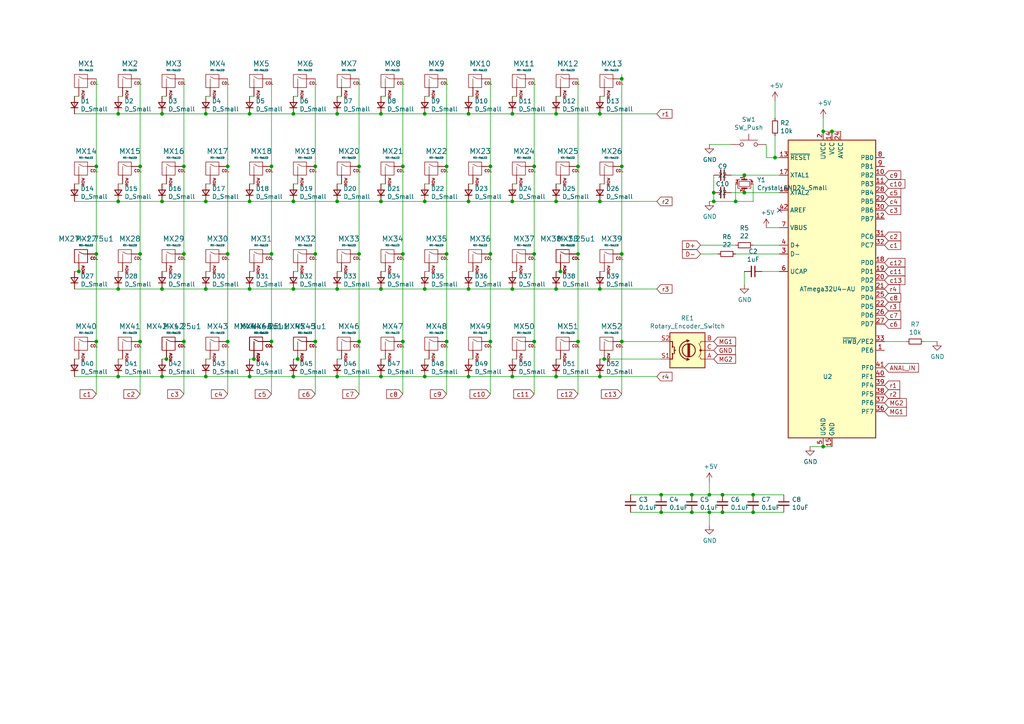
<source format=kicad_sch>
(kicad_sch (version 20211123) (generator eeschema)
  (paper "A4")
  (junction (at 406.4 8.89))
  (junction (at 215.9 50.8))
  (junction (at 59.69 58.42))
  (junction (at 191.77 143.51))
  (junction (at 78.74 48.26))
  (junction (at 123.19 58.42))
  (junction (at 116.84 73.66))
  (junction (at 72.39 109.22))
  (junction (at 161.29 58.42))
  (junction (at 104.14 99.06))
  (junction (at 78.74 73.66))
  (junction (at 135.89 33.02))
  (junction (at 135.89 58.42))
  (junction (at 213.36 58.42))
  (junction (at 46.99 83.82))
  (junction (at 27.94 73.66))
  (junction (at 48.26 104.14))
  (junction (at 173.99 109.22))
  (junction (at 175.26 104.14))
  (junction (at 72.39 33.02))
  (junction (at 180.34 73.66))
  (junction (at 129.54 48.26))
  (junction (at 34.29 83.82))
  (junction (at 142.24 48.26))
  (junction (at 224.79 45.72))
  (junction (at 40.64 73.66))
  (junction (at 191.77 148.59))
  (junction (at 205.74 148.59))
  (junction (at 148.59 33.02))
  (junction (at 59.69 83.82))
  (junction (at 218.44 143.51))
  (junction (at 328.93 55.88))
  (junction (at 97.79 33.02))
  (junction (at 123.19 33.02))
  (junction (at 135.89 109.22))
  (junction (at 123.19 83.82))
  (junction (at 215.9 55.88))
  (junction (at 129.54 73.66))
  (junction (at 173.99 58.42))
  (junction (at 59.69 109.22))
  (junction (at 180.34 99.06))
  (junction (at 401.32 55.88))
  (junction (at 148.59 58.42))
  (junction (at 238.76 129.54))
  (junction (at 401.32 13.97))
  (junction (at 148.59 83.82))
  (junction (at 85.09 83.82))
  (junction (at 154.94 99.06))
  (junction (at 161.29 109.22))
  (junction (at 86.36 104.14))
  (junction (at 116.84 99.06))
  (junction (at 110.49 33.02))
  (junction (at 72.39 58.42))
  (junction (at 205.74 143.51))
  (junction (at 209.55 143.51))
  (junction (at 110.49 83.82))
  (junction (at 66.04 73.66))
  (junction (at 207.01 55.88))
  (junction (at 59.69 33.02))
  (junction (at 173.99 83.82))
  (junction (at 167.64 73.66))
  (junction (at 116.84 48.26))
  (junction (at 104.14 73.66))
  (junction (at 34.29 109.22))
  (junction (at 53.34 48.26))
  (junction (at 238.76 38.1))
  (junction (at 85.09 109.22))
  (junction (at 129.54 99.06))
  (junction (at 91.44 99.06))
  (junction (at 180.34 48.26))
  (junction (at 66.04 48.26))
  (junction (at 73.66 104.14))
  (junction (at 148.59 109.22))
  (junction (at 40.64 48.26))
  (junction (at 241.3 38.1))
  (junction (at 110.49 58.42))
  (junction (at 207.01 58.42))
  (junction (at 85.09 33.02))
  (junction (at 406.4 50.8))
  (junction (at 40.64 99.06))
  (junction (at 97.79 109.22))
  (junction (at 135.89 83.82))
  (junction (at 46.99 33.02))
  (junction (at 97.79 83.82))
  (junction (at 97.79 58.42))
  (junction (at 167.64 99.06))
  (junction (at 104.14 48.26))
  (junction (at 78.74 99.06))
  (junction (at 91.44 73.66))
  (junction (at 200.66 148.59))
  (junction (at 154.94 48.26))
  (junction (at 161.29 83.82))
  (junction (at 22.86 78.74))
  (junction (at 200.66 143.51))
  (junction (at 27.94 99.06))
  (junction (at 161.29 33.02))
  (junction (at 173.99 33.02))
  (junction (at 154.94 73.66))
  (junction (at 85.09 58.42))
  (junction (at 123.19 109.22))
  (junction (at 34.29 58.42))
  (junction (at 180.34 22.86))
  (junction (at 209.55 148.59))
  (junction (at 321.31 55.88))
  (junction (at 53.34 73.66))
  (junction (at 142.24 73.66))
  (junction (at 91.44 48.26))
  (junction (at 162.56 78.74))
  (junction (at 34.29 33.02))
  (junction (at 66.04 99.06))
  (junction (at 27.94 48.26))
  (junction (at 46.99 58.42))
  (junction (at 142.24 99.06))
  (junction (at 46.99 109.22))
  (junction (at 218.44 148.59))
  (junction (at 167.64 48.26))
  (junction (at 53.34 99.06))
  (junction (at 72.39 83.82))
  (junction (at 332.74 15.24))
  (junction (at 110.49 109.22))
  (no_connect (at 326.39 45.72))
  (no_connect (at 226.06 60.96))
  (no_connect (at 316.23 86.36))
  (no_connect (at 326.39 43.18))
  (no_connect (at 316.23 93.98))
  (no_connect (at 316.23 91.44))
  (no_connect (at 316.23 88.9))
  (wire (pts (xy 367.03 27.94) (xy 326.39 27.94)))
  (wire (pts (xy 180.34 99.06) (xy 180.34 114.3)))
  (wire (pts (xy 46.99 53.34) (xy 48.26 53.34)))
  (wire (pts (xy 40.64 73.66) (xy 40.64 99.06)))
  (wire (pts (xy 85.09 33.02) (xy 97.79 33.02)))
  (wire (pts (xy 161.29 104.14) (xy 162.56 104.14)))
  (wire (pts (xy 218.44 53.34) (xy 218.44 58.42)))
  (wire (pts (xy 135.89 53.34) (xy 137.16 53.34)))
  (wire (pts (xy 267.97 99.06) (xy 271.78 99.06)))
  (wire (pts (xy 148.59 83.82) (xy 161.29 83.82)))
  (wire (pts (xy 173.99 33.02) (xy 190.5 33.02)))
  (wire (pts (xy 347.98 15.24) (xy 341.63 15.24)))
  (wire (pts (xy 401.32 13.97) (xy 408.94 13.97)))
  (wire (pts (xy 372.11 13.97) (xy 372.11 33.02)))
  (wire (pts (xy 66.04 73.66) (xy 66.04 99.06)))
  (wire (pts (xy 326.39 35.56) (xy 372.11 35.56)))
  (wire (pts (xy 66.04 99.06) (xy 66.04 114.3)))
  (wire (pts (xy 212.09 55.88) (xy 215.9 55.88)))
  (wire (pts (xy 129.54 73.66) (xy 129.54 99.06)))
  (wire (pts (xy 110.49 78.74) (xy 111.76 78.74)))
  (wire (pts (xy 91.44 22.86) (xy 91.44 48.26)))
  (wire (pts (xy 40.64 48.26) (xy 40.64 73.66)))
  (wire (pts (xy 123.19 83.82) (xy 135.89 83.82)))
  (wire (pts (xy 322.58 55.88) (xy 321.31 55.88)))
  (wire (pts (xy 328.93 55.88) (xy 332.74 55.88)))
  (wire (pts (xy 173.99 83.82) (xy 190.5 83.82)))
  (wire (pts (xy 110.49 27.94) (xy 111.76 27.94)))
  (wire (pts (xy 148.59 27.94) (xy 149.86 27.94)))
  (wire (pts (xy 34.29 78.74) (xy 35.56 78.74)))
  (wire (pts (xy 123.19 104.14) (xy 124.46 104.14)))
  (wire (pts (xy 213.36 53.34) (xy 213.36 58.42)))
  (wire (pts (xy 72.39 78.74) (xy 73.66 78.74)))
  (wire (pts (xy 110.49 83.82) (xy 123.19 83.82)))
  (wire (pts (xy 104.14 73.66) (xy 104.14 99.06)))
  (wire (pts (xy 21.59 78.74) (xy 22.86 78.74)))
  (wire (pts (xy 173.99 78.74) (xy 175.26 78.74)))
  (wire (pts (xy 226.06 66.04) (xy 222.25 66.04)))
  (wire (pts (xy 104.14 48.26) (xy 104.14 73.66)))
  (wire (pts (xy 256.54 99.06) (xy 262.89 99.06)))
  (wire (pts (xy 97.79 27.94) (xy 99.06 27.94)))
  (wire (pts (xy 154.94 73.66) (xy 154.94 99.06)))
  (wire (pts (xy 238.76 34.29) (xy 238.76 38.1)))
  (wire (pts (xy 212.09 50.8) (xy 215.9 50.8)))
  (wire (pts (xy 161.29 109.22) (xy 173.99 109.22)))
  (wire (pts (xy 91.44 73.66) (xy 91.44 99.06)))
  (wire (pts (xy 207.01 50.8) (xy 207.01 55.88)))
  (wire (pts (xy 59.69 78.74) (xy 60.96 78.74)))
  (wire (pts (xy 46.99 58.42) (xy 59.69 58.42)))
  (wire (pts (xy 85.09 78.74) (xy 86.36 78.74)))
  (wire (pts (xy 59.69 109.22) (xy 72.39 109.22)))
  (wire (pts (xy 21.59 53.34) (xy 22.86 53.34)))
  (wire (pts (xy 72.39 104.14) (xy 73.66 104.14)))
  (wire (pts (xy 341.63 83.82) (xy 316.23 83.82)))
  (wire (pts (xy 191.77 148.59) (xy 200.66 148.59)))
  (wire (pts (xy 72.39 109.22) (xy 85.09 109.22)))
  (wire (pts (xy 91.44 48.26) (xy 91.44 73.66)))
  (wire (pts (xy 167.64 73.66) (xy 167.64 99.06)))
  (wire (pts (xy 59.69 58.42) (xy 72.39 58.42)))
  (wire (pts (xy 104.14 99.06) (xy 104.14 114.3)))
  (wire (pts (xy 135.89 78.74) (xy 137.16 78.74)))
  (wire (pts (xy 46.99 104.14) (xy 48.26 104.14)))
  (wire (pts (xy 72.39 58.42) (xy 85.09 58.42)))
  (wire (pts (xy 66.04 48.26) (xy 66.04 73.66)))
  (wire (pts (xy 326.39 15.24) (xy 332.74 15.24)))
  (wire (pts (xy 142.24 73.66) (xy 142.24 99.06)))
  (wire (pts (xy 142.24 99.06) (xy 142.24 114.3)))
  (wire (pts (xy 205.74 143.51) (xy 205.74 139.7)))
  (wire (pts (xy 21.59 58.42) (xy 34.29 58.42)))
  (wire (pts (xy 27.94 73.66) (xy 27.94 99.06)))
  (wire (pts (xy 167.64 48.26) (xy 167.64 73.66)))
  (wire (pts (xy 21.59 33.02) (xy 34.29 33.02)))
  (wire (pts (xy 161.29 58.42) (xy 173.99 58.42)))
  (wire (pts (xy 401.32 19.05) (xy 401.32 13.97)))
  (wire (pts (xy 336.55 15.24) (xy 332.74 15.24)))
  (wire (pts (xy 21.59 109.22) (xy 34.29 109.22)))
  (wire (pts (xy 21.59 104.14) (xy 22.86 104.14)))
  (wire (pts (xy 416.56 31.75) (xy 419.1 31.75)))
  (wire (pts (xy 191.77 99.06) (xy 180.34 99.06)))
  (wire (pts (xy 327.66 55.88) (xy 328.93 55.88)))
  (wire (pts (xy 367.03 8.89) (xy 367.03 27.94)))
  (wire (pts (xy 135.89 33.02) (xy 148.59 33.02)))
  (wire (pts (xy 148.59 78.74) (xy 149.86 78.74)))
  (wire (pts (xy 110.49 58.42) (xy 123.19 58.42)))
  (wire (pts (xy 72.39 83.82) (xy 85.09 83.82)))
  (wire (pts (xy 110.49 109.22) (xy 123.19 109.22)))
  (wire (pts (xy 59.69 53.34) (xy 60.96 53.34)))
  (wire (pts (xy 91.44 99.06) (xy 91.44 114.3)))
  (wire (pts (xy 200.66 143.51) (xy 191.77 143.51)))
  (wire (pts (xy 321.31 63.5) (xy 322.58 63.5)))
  (wire (pts (xy 46.99 109.22) (xy 59.69 109.22)))
  (wire (pts (xy 212.09 41.91) (xy 205.74 41.91)))
  (wire (pts (xy 85.09 27.94) (xy 86.36 27.94)))
  (wire (pts (xy 207.01 55.88) (xy 207.01 58.42)))
  (wire (pts (xy 226.06 55.88) (xy 215.9 55.88)))
  (wire (pts (xy 72.39 33.02) (xy 85.09 33.02)))
  (wire (pts (xy 59.69 83.82) (xy 72.39 83.82)))
  (wire (pts (xy 148.59 104.14) (xy 149.86 104.14)))
  (wire (pts (xy 205.74 143.51) (xy 200.66 143.51)))
  (wire (pts (xy 207.01 58.42) (xy 213.36 58.42)))
  (wire (pts (xy 142.24 22.86) (xy 142.24 48.26)))
  (wire (pts (xy 367.03 50.8) (xy 406.4 50.8)))
  (wire (pts (xy 347.98 20.32) (xy 335.28 20.32)))
  (wire (pts (xy 21.59 83.82) (xy 34.29 83.82)))
  (wire (pts (xy 173.99 53.34) (xy 175.26 53.34)))
  (wire (pts (xy 135.89 27.94) (xy 137.16 27.94)))
  (wire (pts (xy 78.74 48.26) (xy 78.74 73.66)))
  (wire (pts (xy 34.29 109.22) (xy 46.99 109.22)))
  (wire (pts (xy 161.29 83.82) (xy 173.99 83.82)))
  (wire (pts (xy 123.19 27.94) (xy 124.46 27.94)))
  (wire (pts (xy 27.94 22.86) (xy 27.94 48.26)))
  (wire (pts (xy 182.88 148.59) (xy 191.77 148.59)))
  (wire (pts (xy 406.4 19.05) (xy 406.4 8.89)))
  (wire (pts (xy 180.34 73.66) (xy 180.34 99.06)))
  (wire (pts (xy 222.25 45.72) (xy 222.25 41.91)))
  (wire (pts (xy 243.84 38.1) (xy 241.3 38.1)))
  (wire (pts (xy 129.54 99.06) (xy 129.54 114.3)))
  (wire (pts (xy 154.94 48.26) (xy 154.94 73.66)))
  (wire (pts (xy 135.89 83.82) (xy 148.59 83.82)))
  (wire (pts (xy 97.79 83.82) (xy 110.49 83.82)))
  (wire (pts (xy 123.19 58.42) (xy 135.89 58.42)))
  (wire (pts (xy 85.09 109.22) (xy 97.79 109.22)))
  (wire (pts (xy 226.06 78.74) (xy 220.98 78.74)))
  (wire (pts (xy 85.09 83.82) (xy 97.79 83.82)))
  (wire (pts (xy 241.3 129.54) (xy 238.76 129.54)))
  (wire (pts (xy 72.39 27.94) (xy 73.66 27.94)))
  (wire (pts (xy 34.29 83.82) (xy 46.99 83.82)))
  (wire (pts (xy 227.33 143.51) (xy 218.44 143.51)))
  (wire (pts (xy 85.09 58.42) (xy 97.79 58.42)))
  (wire (pts (xy 180.34 21.59) (xy 180.34 22.86)))
  (wire (pts (xy 59.69 104.14) (xy 60.96 104.14)))
  (wire (pts (xy 97.79 33.02) (xy 110.49 33.02)))
  (wire (pts (xy 46.99 78.74) (xy 48.26 78.74)))
  (wire (pts (xy 148.59 58.42) (xy 161.29 58.42)))
  (wire (pts (xy 226.06 50.8) (xy 215.9 50.8)))
  (wire (pts (xy 367.03 30.48) (xy 367.03 50.8)))
  (wire (pts (xy 97.79 53.34) (xy 99.06 53.34)))
  (wire (pts (xy 116.84 99.06) (xy 116.84 114.3)))
  (wire (pts (xy 326.39 22.86) (xy 336.55 22.86)))
  (wire (pts (xy 238.76 129.54) (xy 234.95 129.54)))
  (wire (pts (xy 321.31 55.88) (xy 318.77 55.88)))
  (wire (pts (xy 110.49 104.14) (xy 111.76 104.14)))
  (wire (pts (xy 218.44 143.51) (xy 209.55 143.51)))
  (wire (pts (xy 391.16 31.75) (xy 389.89 31.75)))
  (wire (pts (xy 53.34 99.06) (xy 53.34 114.3)))
  (wire (pts (xy 330.2 20.32) (xy 326.39 20.32)))
  (wire (pts (xy 129.54 22.86) (xy 129.54 48.26)))
  (wire (pts (xy 226.06 73.66) (xy 213.36 73.66)))
  (wire (pts (xy 167.64 99.06) (xy 167.64 114.3)))
  (wire (pts (xy 27.94 99.06) (xy 27.94 114.3)))
  (wire (pts (xy 224.79 29.21) (xy 224.79 34.29)))
  (wire (pts (xy 66.04 22.86) (xy 66.04 48.26)))
  (wire (pts (xy 135.89 104.14) (xy 137.16 104.14)))
  (wire (pts (xy 129.54 48.26) (xy 129.54 73.66)))
  (wire (pts (xy 78.74 22.86) (xy 78.74 48.26)))
  (wire (pts (xy 218.44 71.12) (xy 226.06 71.12)))
  (wire (pts (xy 97.79 109.22) (xy 110.49 109.22)))
  (wire (pts (xy 213.36 71.12) (xy 203.2 71.12)))
  (wire (pts (xy 154.94 99.06) (xy 154.94 114.3)))
  (wire (pts (xy 148.59 33.02) (xy 161.29 33.02)))
  (wire (pts (xy 53.34 22.86) (xy 53.34 48.26)))
  (wire (pts (xy 406.4 44.45) (xy 406.4 50.8)))
  (wire (pts (xy 406.4 8.89) (xy 367.03 8.89)))
  (wire (pts (xy 341.63 22.86) (xy 342.9 22.86)))
  (wire (pts (xy 34.29 33.02) (xy 46.99 33.02)))
  (wire (pts (xy 205.74 152.4) (xy 205.74 148.59)))
  (wire (pts (xy 215.9 78.74) (xy 215.9 82.55)))
  (wire (pts (xy 85.09 104.14) (xy 86.36 104.14)))
  (wire (pts (xy 372.11 35.56) (xy 372.11 55.88)))
  (wire (pts (xy 123.19 33.02) (xy 135.89 33.02)))
  (wire (pts (xy 110.49 53.34) (xy 111.76 53.34)))
  (wire (pts (xy 205.74 148.59) (xy 209.55 148.59)))
  (wire (pts (xy 123.19 53.34) (xy 124.46 53.34)))
  (wire (pts (xy 154.94 22.86) (xy 154.94 48.26)))
  (wire (pts (xy 209.55 148.59) (xy 218.44 148.59)))
  (wire (pts (xy 40.64 22.86) (xy 40.64 48.26)))
  (wire (pts (xy 161.29 53.34) (xy 162.56 53.34)))
  (wire (pts (xy 213.36 58.42) (xy 218.44 58.42)))
  (wire (pts (xy 406.4 8.89) (xy 408.94 8.89)))
  (wire (pts (xy 34.29 53.34) (xy 35.56 53.34)))
  (wire (pts (xy 173.99 104.14) (xy 175.26 104.14)))
  (wire (pts (xy 191.77 143.51) (xy 182.88 143.51)))
  (wire (pts (xy 167.64 22.86) (xy 167.64 48.26)))
  (wire (pts (xy 328.93 63.5) (xy 328.93 55.88)))
  (wire (pts (xy 142.24 48.26) (xy 142.24 73.66)))
  (wire (pts (xy 85.09 53.34) (xy 86.36 53.34)))
  (wire (pts (xy 110.49 33.02) (xy 123.19 33.02)))
  (wire (pts (xy 97.79 58.42) (xy 110.49 58.42)))
  (wire (pts (xy 200.66 148.59) (xy 205.74 148.59)))
  (wire (pts (xy 27.94 48.26) (xy 27.94 73.66)))
  (wire (pts (xy 218.44 148.59) (xy 227.33 148.59)))
  (wire (pts (xy 161.29 78.74) (xy 162.56 78.74)))
  (wire (pts (xy 104.14 22.86) (xy 104.14 48.26)))
  (wire (pts (xy 148.59 53.34) (xy 149.86 53.34)))
  (wire (pts (xy 34.29 58.42) (xy 46.99 58.42)))
  (wire (pts (xy 40.64 99.06) (xy 40.64 114.3)))
  (wire (pts (xy 372.11 33.02) (xy 326.39 33.02)))
  (wire (pts (xy 148.59 109.22) (xy 161.29 109.22)))
  (wire (pts (xy 401.32 55.88) (xy 408.94 55.88)))
  (wire (pts (xy 401.32 44.45) (xy 401.32 55.88)))
  (wire (pts (xy 116.84 48.26) (xy 116.84 73.66)))
  (wire (pts (xy 97.79 104.14) (xy 99.06 104.14)))
  (wire (pts (xy 46.99 83.82) (xy 59.69 83.82)))
  (wire (pts (xy 46.99 33.02) (xy 59.69 33.02)))
  (wire (pts (xy 59.69 27.94) (xy 60.96 27.94)))
  (wire (pts (xy 321.31 55.88) (xy 321.31 63.5)))
  (wire (pts (xy 59.69 33.02) (xy 72.39 33.02)))
  (wire (pts (xy 46.99 27.94) (xy 48.26 27.94)))
  (wire (pts (xy 135.89 109.22) (xy 148.59 109.22)))
  (wire (pts (xy 72.39 53.34) (xy 73.66 53.34)))
  (wire (pts (xy 226.06 45.72) (xy 224.79 45.72)))
  (wire (pts (xy 372.11 55.88) (xy 401.32 55.88)))
  (wire (pts (xy 116.84 73.66) (xy 116.84 99.06)))
  (wire (pts (xy 116.84 22.86) (xy 116.84 48.26)))
  (wire (pts (xy 326.39 30.48) (xy 367.03 30.48)))
  (wire (pts (xy 316.23 81.28) (xy 318.77 81.28)))
  (wire (pts (xy 78.74 73.66) (xy 78.74 99.06)))
  (wire (pts (xy 224.79 45.72) (xy 222.25 45.72)))
  (wire (pts (xy 332.74 78.74) (xy 316.23 78.74)))
  (wire (pts (xy 78.74 99.06) (xy 78.74 114.3)))
  (wire (pts (xy 97.79 78.74) (xy 99.06 78.74)))
  (wire (pts (xy 53.34 73.66) (xy 53.34 99.06)))
  (wire (pts (xy 34.29 27.94) (xy 35.56 27.94)))
  (wire (pts (xy 401.32 13.97) (xy 372.11 13.97)))
  (wire (pts (xy 224.79 39.37) (xy 224.79 45.72)))
  (wire (pts (xy 173.99 109.22) (xy 190.5 109.22)))
  (wire (pts (xy 173.99 58.42) (xy 190.5 58.42)))
  (wire (pts (xy 406.4 50.8) (xy 408.94 50.8)))
  (wire (pts (xy 123.19 78.74) (xy 124.46 78.74)))
  (wire (pts (xy 209.55 143.51) (xy 205.74 143.51)))
  (wire (pts (xy 205.74 58.42) (xy 207.01 58.42)))
  (wire (pts (xy 161.29 33.02) (xy 173.99 33.02)))
  (wire (pts (xy 53.34 48.26) (xy 53.34 73.66)))
  (wire (pts (xy 173.99 27.94) (xy 175.26 27.94)))
  (wire (pts (xy 161.29 27.94) (xy 162.56 27.94)))
  (wire (pts (xy 21.59 27.94) (xy 22.86 27.94)))
  (wire (pts (xy 327.66 63.5) (xy 328.93 63.5)))
  (wire (pts (xy 241.3 38.1) (xy 238.76 38.1)))
  (wire (pts (xy 180.34 22.86) (xy 180.34 48.26)))
  (wire (pts (xy 34.29 104.14) (xy 35.56 104.14)))
  (wire (pts (xy 180.34 48.26) (xy 180.34 73.66)))
  (wire (pts (xy 135.89 58.42) (xy 148.59 58.42)))
  (wire (pts (xy 191.77 104.14) (xy 175.26 104.14)))
  (wire (pts (xy 123.19 109.22) (xy 135.89 109.22)))
  (wire (pts (xy 208.28 73.66) (xy 203.2 73.66)))
  (global_label "MG2" (shape input) (at 256.54 116.84 0) (property "Intersheet References" "${INTERSHEET_REFS}" (effects hide)))
  (global_label "c12" (shape input) (at 256.54 76.2 0) (property "Intersheet References" "${INTERSHEET_REFS}" (effects hide)))
  (global_label "D-" (shape input) (at 408.94 8.89 0) (property "Intersheet References" "${INTERSHEET_REFS}" (effects hide)))
  (global_label "r2" (shape input) (at 256.54 114.3 0) (property "Intersheet References" "${INTERSHEET_REFS}" (effects hide)))
  (global_label "c10" (shape input) (at 256.54 53.34 0) (property "Intersheet References" "${INTERSHEET_REFS}" (effects hide)))
  (global_label "c9" (shape input) (at 256.54 50.8 0) (property "Intersheet References" "${INTERSHEET_REFS}" (effects hide)))
  (global_label "r3" (shape input) (at 256.54 88.9 0) (property "Intersheet References" "${INTERSHEET_REFS}" (effects hide)))
  (global_label "r1" (shape input) (at 190.5 33.02 0) (property "Intersheet References" "${INTERSHEET_REFS}" (effects hide)))
  (global_label "c1" (shape input) (at 27.94 114.3 180) (property "Intersheet References" "${INTERSHEET_REFS}" (effects hide)))
  (global_label "ANAL_IN" (shape input) (at 256.54 106.68 0) (property "Intersheet References" "${INTERSHEET_REFS}" (effects hide)))
  (global_label "D+" (shape input) (at 203.2 71.12 180) (property "Intersheet References" "${INTERSHEET_REFS}" (effects hide)))
  (global_label "D+" (shape input) (at 408.94 13.97 0) (property "Intersheet References" "${INTERSHEET_REFS}" (effects hide)))
  (global_label "c3" (shape input) (at 53.34 114.3 180) (property "Intersheet References" "${INTERSHEET_REFS}" (effects hide)))
  (global_label "c10" (shape input) (at 142.24 114.3 180) (property "Intersheet References" "${INTERSHEET_REFS}" (effects hide)))
  (global_label "D-" (shape input) (at 408.94 50.8 0) (property "Intersheet References" "${INTERSHEET_REFS}" (effects hide)))
  (global_label "c8" (shape input) (at 256.54 86.36 0) (property "Intersheet References" "${INTERSHEET_REFS}" (effects hide)))
  (global_label "ANAL_IN" (shape input) (at 318.77 81.28 0) (property "Intersheet References" "${INTERSHEET_REFS}" (effects hide)))
  (global_label "c5" (shape input) (at 256.54 55.88 0) (property "Intersheet References" "${INTERSHEET_REFS}" (effects hide)))
  (global_label "r3" (shape input) (at 190.5 83.82 0) (property "Intersheet References" "${INTERSHEET_REFS}" (effects hide)))
  (global_label "c3" (shape input) (at 256.54 60.96 0) (property "Intersheet References" "${INTERSHEET_REFS}" (effects hide)))
  (global_label "c4" (shape input) (at 66.04 114.3 180) (property "Intersheet References" "${INTERSHEET_REFS}" (effects hide)))
  (global_label "MG2" (shape input) (at 207.01 104.14 0) (property "Intersheet References" "${INTERSHEET_REFS}" (effects hide)))
  (global_label "c5" (shape input) (at 78.74 114.3 180) (property "Intersheet References" "${INTERSHEET_REFS}" (effects hide)))
  (global_label "r2" (shape input) (at 190.5 58.42 0) (property "Intersheet References" "${INTERSHEET_REFS}" (effects hide)))
  (global_label "D-" (shape input) (at 203.2 73.66 180) (property "Intersheet References" "${INTERSHEET_REFS}" (effects hide)))
  (global_label "r4" (shape input) (at 256.54 83.82 0) (property "Intersheet References" "${INTERSHEET_REFS}" (effects hide)))
  (global_label "MG1" (shape input) (at 207.01 99.06 0) (property "Intersheet References" "${INTERSHEET_REFS}" (effects hide)))
  (global_label "c2" (shape input) (at 40.64 114.3 180) (property "Intersheet References" "${INTERSHEET_REFS}" (effects hide)))
  (global_label "c6" (shape input) (at 91.44 114.3 180) (property "Intersheet References" "${INTERSHEET_REFS}" (effects hide)))
  (global_label "c1" (shape input) (at 256.54 71.12 0) (property "Intersheet References" "${INTERSHEET_REFS}" (effects hide)))
  (global_label "c12" (shape input) (at 167.64 114.3 180) (property "Intersheet References" "${INTERSHEET_REFS}" (effects hide)))
  (global_label "c6" (shape input) (at 256.54 93.98 0) (property "Intersheet References" "${INTERSHEET_REFS}" (effects hide)))
  (global_label "c4" (shape input) (at 256.54 58.42 0) (property "Intersheet References" "${INTERSHEET_REFS}" (effects hide)))
  (global_label "r4" (shape input) (at 190.5 109.22 0) (property "Intersheet References" "${INTERSHEET_REFS}" (effects hide)))
  (global_label "GND" (shape input) (at 207.01 101.6 0) (property "Intersheet References" "${INTERSHEET_REFS}" (effects hide)))
  (global_label "c13" (shape input) (at 256.54 81.28 0) (property "Intersheet References" "${INTERSHEET_REFS}" (effects hide)))
  (global_label "MG1" (shape input) (at 256.54 119.38 0) (property "Intersheet References" "${INTERSHEET_REFS}" (effects hide)))
  (global_label "c8" (shape input) (at 116.84 114.3 180) (property "Intersheet References" "${INTERSHEET_REFS}" (effects hide)))
  (global_label "c2" (shape input) (at 256.54 68.58 0) (property "Intersheet References" "${INTERSHEET_REFS}" (effects hide)))
  (global_label "c9" (shape input) (at 129.54 114.3 180) (property "Intersheet References" "${INTERSHEET_REFS}" (effects hide)))
  (global_label "c7" (shape input) (at 104.14 114.3 180) (property "Intersheet References" "${INTERSHEET_REFS}" (effects hide)))
  (global_label "c11" (shape input) (at 256.54 78.74 0) (property "Intersheet References" "${INTERSHEET_REFS}" (effects hide)))
  (global_label "D+" (shape input) (at 408.94 55.88 0) (property "Intersheet References" "${INTERSHEET_REFS}" (effects hide)))
  (global_label "c11" (shape input) (at 154.94 114.3 180) (property "Intersheet References" "${INTERSHEET_REFS}" (effects hide)))
  (global_label "c7" (shape input) (at 256.54 91.44 0) (property "Intersheet References" "${INTERSHEET_REFS}" (effects hide)))
  (global_label "r1" (shape input) (at 256.54 111.76 0) (property "Intersheet References" "${INTERSHEET_REFS}" (effects hide)))
  (global_label "c13" (shape input) (at 180.34 114.3 180) (property "Intersheet References" "${INTERSHEET_REFS}" (effects hide)))
  (symbol (lib_id "MX_Alps_Hybrid:MX-NoLED") (at 24.13 24.13 0) (unit 1)
    (property "Reference" "MX1" (at 24.9682 18.4658 0) (effects (font (size 1.524 1.524))))
    (property "Value" "MX-NoLED" (at 24.9682 20.3454 0) (effects (font (size 0.508 0.508))))
    (property "Footprint" "MX_Only:MXOnly-1U-NoLED" (effects hide))
  )
  (symbol (lib_id "Device:D_Small") (at 21.59 30.48 90) (unit 1)
    (property "Reference" "D1" (at 23.368 29.3116 90) (effects (justify right)))
    (property "Value" "D_Small" (at 23.368 31.623 90) (effects (justify right)))
    (property "Footprint" "Diode_SMD:D_SOD-123" (effects hide))
  )
  (symbol (lib_id "MX_Alps_Hybrid:MX-NoLED") (at 36.83 24.13 0) (unit 1)
    (property "Reference" "MX2" (at 37.6682 18.4658 0) (effects (font (size 1.524 1.524))))
    (property "Value" "MX-NoLED" (at 37.6682 20.3454 0) (effects (font (size 0.508 0.508))))
    (property "Footprint" "MX_Only:MXOnly-1U-NoLED" (effects hide))
  )
  (symbol (lib_id "Device:D_Small") (at 34.29 30.48 90) (unit 1)
    (property "Reference" "D2" (at 36.068 29.3116 90) (effects (justify right)))
    (property "Value" "D_Small" (at 36.068 31.623 90) (effects (justify right)))
    (property "Footprint" "Diode_SMD:D_SOD-123" (effects hide))
  )
  (symbol (lib_id "MX_Alps_Hybrid:MX-NoLED") (at 49.53 24.13 0) (unit 1)
    (property "Reference" "MX3" (at 50.3682 18.4658 0) (effects (font (size 1.524 1.524))))
    (property "Value" "MX-NoLED" (at 50.3682 20.3454 0) (effects (font (size 0.508 0.508))))
    (property "Footprint" "MX_Only:MXOnly-1U-NoLED" (effects hide))
  )
  (symbol (lib_id "Device:D_Small") (at 46.99 30.48 90) (unit 1)
    (property "Reference" "D3" (at 48.768 29.3116 90) (effects (justify right)))
    (property "Value" "D_Small" (at 48.768 31.623 90) (effects (justify right)))
    (property "Footprint" "Diode_SMD:D_SOD-123" (effects hide))
  )
  (symbol (lib_id "MX_Alps_Hybrid:MX-NoLED") (at 62.23 24.13 0) (unit 1)
    (property "Reference" "MX4" (at 63.0682 18.4658 0) (effects (font (size 1.524 1.524))))
    (property "Value" "MX-NoLED" (at 63.0682 20.3454 0) (effects (font (size 0.508 0.508))))
    (property "Footprint" "MX_Only:MXOnly-1U-NoLED" (effects hide))
  )
  (symbol (lib_id "Device:D_Small") (at 59.69 30.48 90) (unit 1)
    (property "Reference" "D4" (at 61.468 29.3116 90) (effects (justify right)))
    (property "Value" "D_Small" (at 61.468 31.623 90) (effects (justify right)))
    (property "Footprint" "Diode_SMD:D_SOD-123" (effects hide))
  )
  (symbol (lib_id "MX_Alps_Hybrid:MX-NoLED") (at 74.93 24.13 0) (unit 1)
    (property "Reference" "MX5" (at 75.7682 18.4658 0) (effects (font (size 1.524 1.524))))
    (property "Value" "MX-NoLED" (at 75.7682 20.3454 0) (effects (font (size 0.508 0.508))))
    (property "Footprint" "MX_Only:MXOnly-1U-NoLED" (effects hide))
  )
  (symbol (lib_id "Device:D_Small") (at 72.39 30.48 90) (unit 1)
    (property "Reference" "D5" (at 74.168 29.3116 90) (effects (justify right)))
    (property "Value" "D_Small" (at 74.168 31.623 90) (effects (justify right)))
    (property "Footprint" "Diode_SMD:D_SOD-123" (effects hide))
  )
  (symbol (lib_id "MX_Alps_Hybrid:MX-NoLED") (at 87.63 24.13 0) (unit 1)
    (property "Reference" "MX6" (at 88.4682 18.4658 0) (effects (font (size 1.524 1.524))))
    (property "Value" "MX-NoLED" (at 88.4682 20.3454 0) (effects (font (size 0.508 0.508))))
    (property "Footprint" "MX_Only:MXOnly-1U-NoLED" (effects hide))
  )
  (symbol (lib_id "Device:D_Small") (at 85.09 30.48 90) (unit 1)
    (property "Reference" "D6" (at 86.868 29.3116 90) (effects (justify right)))
    (property "Value" "D_Small" (at 86.868 31.623 90) (effects (justify right)))
    (property "Footprint" "Diode_SMD:D_SOD-123" (effects hide))
  )
  (symbol (lib_id "MX_Alps_Hybrid:MX-NoLED") (at 100.33 24.13 0) (unit 1)
    (property "Reference" "MX7" (at 101.1682 18.4658 0) (effects (font (size 1.524 1.524))))
    (property "Value" "MX-NoLED" (at 101.1682 20.3454 0) (effects (font (size 0.508 0.508))))
    (property "Footprint" "MX_Only:MXOnly-1U-NoLED" (effects hide))
  )
  (symbol (lib_id "Device:D_Small") (at 97.79 30.48 90) (unit 1)
    (property "Reference" "D7" (at 99.568 29.3116 90) (effects (justify right)))
    (property "Value" "D_Small" (at 99.568 31.623 90) (effects (justify right)))
    (property "Footprint" "Diode_SMD:D_SOD-123" (effects hide))
  )
  (symbol (lib_id "MX_Alps_Hybrid:MX-NoLED") (at 113.03 24.13 0) (unit 1)
    (property "Reference" "MX8" (at 113.8682 18.4658 0) (effects (font (size 1.524 1.524))))
    (property "Value" "MX-NoLED" (at 113.8682 20.3454 0) (effects (font (size 0.508 0.508))))
    (property "Footprint" "MX_Only:MXOnly-1U-NoLED" (effects hide))
  )
  (symbol (lib_id "Device:D_Small") (at 110.49 30.48 90) (unit 1)
    (property "Reference" "D8" (at 112.268 29.3116 90) (effects (justify right)))
    (property "Value" "D_Small" (at 112.268 31.623 90) (effects (justify right)))
    (property "Footprint" "Diode_SMD:D_SOD-123" (effects hide))
  )
  (symbol (lib_id "MX_Alps_Hybrid:MX-NoLED") (at 125.73 24.13 0) (unit 1)
    (property "Reference" "MX9" (at 126.5682 18.4658 0) (effects (font (size 1.524 1.524))))
    (property "Value" "MX-NoLED" (at 126.5682 20.3454 0) (effects (font (size 0.508 0.508))))
    (property "Footprint" "MX_Only:MXOnly-1U-NoLED" (effects hide))
  )
  (symbol (lib_id "Device:D_Small") (at 123.19 30.48 90) (unit 1)
    (property "Reference" "D9" (at 124.968 29.3116 90) (effects (justify right)))
    (property "Value" "D_Small" (at 124.968 31.623 90) (effects (justify right)))
    (property "Footprint" "Diode_SMD:D_SOD-123" (effects hide))
  )
  (symbol (lib_id "MX_Alps_Hybrid:MX-NoLED") (at 138.43 24.13 0) (unit 1)
    (property "Reference" "MX10" (at 139.2682 18.4658 0) (effects (font (size 1.524 1.524))))
    (property "Value" "MX-NoLED" (at 139.2682 20.3454 0) (effects (font (size 0.508 0.508))))
    (property "Footprint" "MX_Only:MXOnly-1U-NoLED" (effects hide))
  )
  (symbol (lib_id "Device:D_Small") (at 135.89 30.48 90) (unit 1)
    (property "Reference" "D10" (at 137.668 29.3116 90) (effects (justify right)))
    (property "Value" "D_Small" (at 137.668 31.623 90) (effects (justify right)))
    (property "Footprint" "Diode_SMD:D_SOD-123" (effects hide))
  )
  (symbol (lib_id "MX_Alps_Hybrid:MX-NoLED") (at 151.13 24.13 0) (unit 1)
    (property "Reference" "MX11" (at 151.9682 18.4658 0) (effects (font (size 1.524 1.524))))
    (property "Value" "MX-NoLED" (at 151.9682 20.3454 0) (effects (font (size 0.508 0.508))))
    (property "Footprint" "MX_Only:MXOnly-1U-NoLED" (effects hide))
  )
  (symbol (lib_id "Device:D_Small") (at 148.59 30.48 90) (unit 1)
    (property "Reference" "D11" (at 150.368 29.3116 90) (effects (justify right)))
    (property "Value" "D_Small" (at 150.368 31.623 90) (effects (justify right)))
    (property "Footprint" "Diode_SMD:D_SOD-123" (effects hide))
  )
  (symbol (lib_id "MX_Alps_Hybrid:MX-NoLED") (at 163.83 24.13 0) (unit 1)
    (property "Reference" "MX12" (at 164.6682 18.4658 0) (effects (font (size 1.524 1.524))))
    (property "Value" "MX-NoLED" (at 164.6682 20.3454 0) (effects (font (size 0.508 0.508))))
    (property "Footprint" "MX_Only:MXOnly-1U-NoLED" (effects hide))
  )
  (symbol (lib_id "Device:D_Small") (at 161.29 30.48 90) (unit 1)
    (property "Reference" "D12" (at 163.068 29.3116 90) (effects (justify right)))
    (property "Value" "D_Small" (at 163.068 31.623 90) (effects (justify right)))
    (property "Footprint" "Diode_SMD:D_SOD-123" (effects hide))
  )
  (symbol (lib_id "MX_Alps_Hybrid:MX-NoLED") (at 176.53 24.13 0) (unit 1)
    (property "Reference" "MX13" (at 177.3682 18.4658 0) (effects (font (size 1.524 1.524))))
    (property "Value" "MX-NoLED" (at 177.3682 20.3454 0) (effects (font (size 0.508 0.508))))
    (property "Footprint" "MX_Only:MXOnly-1U-NoLED" (effects hide))
  )
  (symbol (lib_id "Device:D_Small") (at 173.99 30.48 90) (unit 1)
    (property "Reference" "D13" (at 175.768 29.3116 90) (effects (justify right)))
    (property "Value" "D_Small" (at 175.768 31.623 90) (effects (justify right)))
    (property "Footprint" "Diode_SMD:D_SOD-123" (effects hide))
  )
  (symbol (lib_id "MX_Alps_Hybrid:MX-NoLED") (at 24.13 49.53 0) (unit 1)
    (property "Reference" "MX14" (at 24.9682 43.8658 0) (effects (font (size 1.524 1.524))))
    (property "Value" "MX-NoLED" (at 24.9682 45.7454 0) (effects (font (size 0.508 0.508))))
    (property "Footprint" "MX_Only:MXOnly-1.25U-NoLED" (effects hide))
  )
  (symbol (lib_id "Device:D_Small") (at 21.59 55.88 90) (unit 1)
    (property "Reference" "D14" (at 23.368 54.7116 90) (effects (justify right)))
    (property "Value" "D_Small" (at 23.368 57.023 90) (effects (justify right)))
    (property "Footprint" "Diode_SMD:D_SOD-123" (effects hide))
  )
  (symbol (lib_id "MX_Alps_Hybrid:MX-NoLED") (at 36.83 49.53 0) (unit 1)
    (property "Reference" "MX15" (at 37.6682 43.8658 0) (effects (font (size 1.524 1.524))))
    (property "Value" "MX-NoLED" (at 37.6682 45.7454 0) (effects (font (size 0.508 0.508))))
    (property "Footprint" "MX_Only:MXOnly-1U-NoLED" (effects hide))
  )
  (symbol (lib_id "Device:D_Small") (at 34.29 55.88 90) (unit 1)
    (property "Reference" "D15" (at 36.068 54.7116 90) (effects (justify right)))
    (property "Value" "D_Small" (at 36.068 57.023 90) (effects (justify right)))
    (property "Footprint" "Diode_SMD:D_SOD-123" (effects hide))
  )
  (symbol (lib_id "MX_Alps_Hybrid:MX-NoLED") (at 49.53 49.53 0) (unit 1)
    (property "Reference" "MX16" (at 50.3682 43.8658 0) (effects (font (size 1.524 1.524))))
    (property "Value" "MX-NoLED" (at 50.3682 45.7454 0) (effects (font (size 0.508 0.508))))
    (property "Footprint" "MX_Only:MXOnly-1U-NoLED" (effects hide))
  )
  (symbol (lib_id "Device:D_Small") (at 46.99 55.88 90) (unit 1)
    (property "Reference" "D16" (at 48.768 54.7116 90) (effects (justify right)))
    (property "Value" "D_Small" (at 48.768 57.023 90) (effects (justify right)))
    (property "Footprint" "Diode_SMD:D_SOD-123" (effects hide))
  )
  (symbol (lib_id "MX_Alps_Hybrid:MX-NoLED") (at 62.23 49.53 0) (unit 1)
    (property "Reference" "MX17" (at 63.0682 43.8658 0) (effects (font (size 1.524 1.524))))
    (property "Value" "MX-NoLED" (at 63.0682 45.7454 0) (effects (font (size 0.508 0.508))))
    (property "Footprint" "MX_Only:MXOnly-1U-NoLED" (effects hide))
  )
  (symbol (lib_id "Device:D_Small") (at 59.69 55.88 90) (unit 1)
    (property "Reference" "D17" (at 61.468 54.7116 90) (effects (justify right)))
    (property "Value" "D_Small" (at 61.468 57.023 90) (effects (justify right)))
    (property "Footprint" "Diode_SMD:D_SOD-123" (effects hide))
  )
  (symbol (lib_id "MX_Alps_Hybrid:MX-NoLED") (at 74.93 49.53 0) (unit 1)
    (property "Reference" "MX18" (at 75.7682 43.8658 0) (effects (font (size 1.524 1.524))))
    (property "Value" "MX-NoLED" (at 75.7682 45.7454 0) (effects (font (size 0.508 0.508))))
    (property "Footprint" "MX_Only:MXOnly-1U-NoLED" (effects hide))
  )
  (symbol (lib_id "Device:D_Small") (at 72.39 55.88 90) (unit 1)
    (property "Reference" "D18" (at 74.168 54.7116 90) (effects (justify right)))
    (property "Value" "D_Small" (at 74.168 57.023 90) (effects (justify right)))
    (property "Footprint" "Diode_SMD:D_SOD-123" (effects hide))
  )
  (symbol (lib_id "MX_Alps_Hybrid:MX-NoLED") (at 87.63 49.53 0) (unit 1)
    (property "Reference" "MX19" (at 88.4682 43.8658 0) (effects (font (size 1.524 1.524))))
    (property "Value" "MX-NoLED" (at 88.4682 45.7454 0) (effects (font (size 0.508 0.508))))
    (property "Footprint" "MX_Only:MXOnly-1U-NoLED" (effects hide))
  )
  (symbol (lib_id "Device:D_Small") (at 85.09 55.88 90) (unit 1)
    (property "Reference" "D19" (at 86.868 54.7116 90) (effects (justify right)))
    (property "Value" "D_Small" (at 86.868 57.023 90) (effects (justify right)))
    (property "Footprint" "Diode_SMD:D_SOD-123" (effects hide))
  )
  (symbol (lib_id "MX_Alps_Hybrid:MX-NoLED") (at 100.33 49.53 0) (unit 1)
    (property "Reference" "MX20" (at 101.1682 43.8658 0) (effects (font (size 1.524 1.524))))
    (property "Value" "MX-NoLED" (at 101.1682 45.7454 0) (effects (font (size 0.508 0.508))))
    (property "Footprint" "MX_Only:MXOnly-1U-NoLED" (effects hide))
  )
  (symbol (lib_id "Device:D_Small") (at 97.79 55.88 90) (unit 1)
    (property "Reference" "D20" (at 99.568 54.7116 90) (effects (justify right)))
    (property "Value" "D_Small" (at 99.568 57.023 90) (effects (justify right)))
    (property "Footprint" "Diode_SMD:D_SOD-123" (effects hide))
  )
  (symbol (lib_id "MX_Alps_Hybrid:MX-NoLED") (at 113.03 49.53 0) (unit 1)
    (property "Reference" "MX21" (at 113.8682 43.8658 0) (effects (font (size 1.524 1.524))))
    (property "Value" "MX-NoLED" (at 113.8682 45.7454 0) (effects (font (size 0.508 0.508))))
    (property "Footprint" "MX_Only:MXOnly-1U-NoLED" (effects hide))
  )
  (symbol (lib_id "Device:D_Small") (at 110.49 55.88 90) (unit 1)
    (property "Reference" "D21" (at 112.268 54.7116 90) (effects (justify right)))
    (property "Value" "D_Small" (at 112.268 57.023 90) (effects (justify right)))
    (property "Footprint" "Diode_SMD:D_SOD-123" (effects hide))
  )
  (symbol (lib_id "MX_Alps_Hybrid:MX-NoLED") (at 125.73 49.53 0) (unit 1)
    (property "Reference" "MX22" (at 126.5682 43.8658 0) (effects (font (size 1.524 1.524))))
    (property "Value" "MX-NoLED" (at 126.5682 45.7454 0) (effects (font (size 0.508 0.508))))
    (property "Footprint" "MX_Only:MXOnly-1U-NoLED" (effects hide))
  )
  (symbol (lib_id "Device:D_Small") (at 123.19 55.88 90) (unit 1)
    (property "Reference" "D22" (at 124.968 54.7116 90) (effects (justify right)))
    (property "Value" "D_Small" (at 124.968 57.023 90) (effects (justify right)))
    (property "Footprint" "Diode_SMD:D_SOD-123" (effects hide))
  )
  (symbol (lib_id "MX_Alps_Hybrid:MX-NoLED") (at 138.43 49.53 0) (unit 1)
    (property "Reference" "MX23" (at 139.2682 43.8658 0) (effects (font (size 1.524 1.524))))
    (property "Value" "MX-NoLED" (at 139.2682 45.7454 0) (effects (font (size 0.508 0.508))))
    (property "Footprint" "MX_Only:MXOnly-1U-NoLED" (effects hide))
  )
  (symbol (lib_id "Device:D_Small") (at 135.89 55.88 90) (unit 1)
    (property "Reference" "D23" (at 137.668 54.7116 90) (effects (justify right)))
    (property "Value" "D_Small" (at 137.668 57.023 90) (effects (justify right)))
    (property "Footprint" "Diode_SMD:D_SOD-123" (effects hide))
  )
  (symbol (lib_id "MX_Alps_Hybrid:MX-NoLED") (at 151.13 49.53 0) (unit 1)
    (property "Reference" "MX24" (at 151.9682 43.8658 0) (effects (font (size 1.524 1.524))))
    (property "Value" "MX-NoLED" (at 151.9682 45.7454 0) (effects (font (size 0.508 0.508))))
    (property "Footprint" "MX_Only:MXOnly-1U-NoLED" (effects hide))
  )
  (symbol (lib_id "Device:D_Small") (at 148.59 55.88 90) (unit 1)
    (property "Reference" "D24" (at 150.368 54.7116 90) (effects (justify right)))
    (property "Value" "D_Small" (at 150.368 57.023 90) (effects (justify right)))
    (property "Footprint" "Diode_SMD:D_SOD-123" (effects hide))
  )
  (symbol (lib_id "MX_Alps_Hybrid:MX-NoLED") (at 163.83 49.53 0) (unit 1)
    (property "Reference" "MX25" (at 164.6682 43.8658 0) (effects (font (size 1.524 1.524))))
    (property "Value" "MX-NoLED" (at 164.6682 45.7454 0) (effects (font (size 0.508 0.508))))
    (property "Footprint" "MX_Only:MXOnly-1U-NoLED" (effects hide))
  )
  (symbol (lib_id "Device:D_Small") (at 161.29 55.88 90) (unit 1)
    (property "Reference" "D25" (at 163.068 54.7116 90) (effects (justify right)))
    (property "Value" "D_Small" (at 163.068 57.023 90) (effects (justify right)))
    (property "Footprint" "Diode_SMD:D_SOD-123" (effects hide))
  )
  (symbol (lib_id "MX_Alps_Hybrid:MX-NoLED") (at 176.53 49.53 0) (unit 1)
    (property "Reference" "MX26" (at 177.3682 43.8658 0) (effects (font (size 1.524 1.524))))
    (property "Value" "MX-NoLED" (at 177.3682 45.7454 0) (effects (font (size 0.508 0.508))))
    (property "Footprint" "MX_Only:MXOnly-1.75U-NoLED" (effects hide))
  )
  (symbol (lib_id "Device:D_Small") (at 173.99 55.88 90) (unit 1)
    (property "Reference" "D26" (at 175.768 54.7116 90) (effects (justify right)))
    (property "Value" "D_Small" (at 175.768 57.023 90) (effects (justify right)))
    (property "Footprint" "Diode_SMD:D_SOD-123" (effects hide))
  )
  (symbol (lib_id "MX_Alps_Hybrid:MX-NoLED") (at 24.13 74.93 0) (unit 1)
    (property "Reference" "MX27" (at 24.9682 69.2658 0) (effects (font (size 1.524 1.524))))
    (property "Value" "MX-NoLED" (at 24.9682 71.1454 0) (effects (font (size 0.508 0.508))))
    (property "Footprint" "MX_Only:MXOnly-1.5U-NoLED" (effects hide))
  )
  (symbol (lib_id "Device:D_Small") (at 21.59 81.28 90) (unit 1)
    (property "Reference" "D27" (at 23.368 80.1116 90) (effects (justify right)))
    (property "Value" "D_Small" (at 23.368 82.423 90) (effects (justify right)))
    (property "Footprint" "Diode_SMD:D_SOD-123" (effects hide))
  )
  (symbol (lib_id "MX_Alps_Hybrid:MX-NoLED") (at 36.83 74.93 0) (unit 1)
    (property "Reference" "MX28" (at 37.6682 69.2658 0) (effects (font (size 1.524 1.524))))
    (property "Value" "MX-NoLED" (at 37.6682 71.1454 0) (effects (font (size 0.508 0.508))))
    (property "Footprint" "MX_Only:MXOnly-1U-NoLED" (effects hide))
  )
  (symbol (lib_id "Device:D_Small") (at 34.29 81.28 90) (unit 1)
    (property "Reference" "D28" (at 36.068 80.1116 90) (effects (justify right)))
    (property "Value" "D_Small" (at 36.068 82.423 90) (effects (justify right)))
    (property "Footprint" "Diode_SMD:D_SOD-123" (effects hide))
  )
  (symbol (lib_id "MX_Alps_Hybrid:MX-NoLED") (at 49.53 74.93 0) (unit 1)
    (property "Reference" "MX29" (at 50.3682 69.2658 0) (effects (font (size 1.524 1.524))))
    (property "Value" "MX-NoLED" (at 50.3682 71.1454 0) (effects (font (size 0.508 0.508))))
    (property "Footprint" "MX_Only:MXOnly-1U-NoLED" (effects hide))
  )
  (symbol (lib_id "Device:D_Small") (at 46.99 81.28 90) (unit 1)
    (property "Reference" "D29" (at 48.768 80.1116 90) (effects (justify right)))
    (property "Value" "D_Small" (at 48.768 82.423 90) (effects (justify right)))
    (property "Footprint" "Diode_SMD:D_SOD-123" (effects hide))
  )
  (symbol (lib_id "MX_Alps_Hybrid:MX-NoLED") (at 62.23 74.93 0) (unit 1)
    (property "Reference" "MX30" (at 63.0682 69.2658 0) (effects (font (size 1.524 1.524))))
    (property "Value" "MX-NoLED" (at 63.0682 71.1454 0) (effects (font (size 0.508 0.508))))
    (property "Footprint" "MX_Only:MXOnly-1U-NoLED" (effects hide))
  )
  (symbol (lib_id "Device:D_Small") (at 59.69 81.28 90) (unit 1)
    (property "Reference" "D30" (at 61.468 80.1116 90) (effects (justify right)))
    (property "Value" "D_Small" (at 61.468 82.423 90) (effects (justify right)))
    (property "Footprint" "Diode_SMD:D_SOD-123" (effects hide))
  )
  (symbol (lib_id "MX_Alps_Hybrid:MX-NoLED") (at 74.93 74.93 0) (unit 1)
    (property "Reference" "MX31" (at 75.7682 69.2658 0) (effects (font (size 1.524 1.524))))
    (property "Value" "MX-NoLED" (at 75.7682 71.1454 0) (effects (font (size 0.508 0.508))))
    (property "Footprint" "MX_Only:MXOnly-1U-NoLED" (effects hide))
  )
  (symbol (lib_id "Device:D_Small") (at 72.39 81.28 90) (unit 1)
    (property "Reference" "D31" (at 74.168 80.1116 90) (effects (justify right)))
    (property "Value" "D_Small" (at 74.168 82.423 90) (effects (justify right)))
    (property "Footprint" "Diode_SMD:D_SOD-123" (effects hide))
  )
  (symbol (lib_id "MX_Alps_Hybrid:MX-NoLED") (at 87.63 74.93 0) (unit 1)
    (property "Reference" "MX32" (at 88.4682 69.2658 0) (effects (font (size 1.524 1.524))))
    (property "Value" "MX-NoLED" (at 88.4682 71.1454 0) (effects (font (size 0.508 0.508))))
    (property "Footprint" "MX_Only:MXOnly-1U-NoLED" (effects hide))
  )
  (symbol (lib_id "Device:D_Small") (at 85.09 81.28 90) (unit 1)
    (property "Reference" "D32" (at 86.868 80.1116 90) (effects (justify right)))
    (property "Value" "D_Small" (at 86.868 82.423 90) (effects (justify right)))
    (property "Footprint" "Diode_SMD:D_SOD-123" (effects hide))
  )
  (symbol (lib_id "MX_Alps_Hybrid:MX-NoLED") (at 100.33 74.93 0) (unit 1)
    (property "Reference" "MX33" (at 101.1682 69.2658 0) (effects (font (size 1.524 1.524))))
    (property "Value" "MX-NoLED" (at 101.1682 71.1454 0) (effects (font (size 0.508 0.508))))
    (property "Footprint" "MX_Only:MXOnly-1U-NoLED" (effects hide))
  )
  (symbol (lib_id "Device:D_Small") (at 97.79 81.28 90) (unit 1)
    (property "Reference" "D33" (at 99.568 80.1116 90) (effects (justify right)))
    (property "Value" "D_Small" (at 99.568 82.423 90) (effects (justify right)))
    (property "Footprint" "Diode_SMD:D_SOD-123" (effects hide))
  )
  (symbol (lib_id "MX_Alps_Hybrid:MX-NoLED") (at 113.03 74.93 0) (unit 1)
    (property "Reference" "MX34" (at 113.8682 69.2658 0) (effects (font (size 1.524 1.524))))
    (property "Value" "MX-NoLED" (at 113.8682 71.1454 0) (effects (font (size 0.508 0.508))))
    (property "Footprint" "MX_Only:MXOnly-1U-NoLED" (effects hide))
  )
  (symbol (lib_id "Device:D_Small") (at 110.49 81.28 90) (unit 1)
    (property "Reference" "D34" (at 112.268 80.1116 90) (effects (justify right)))
    (property "Value" "D_Small" (at 112.268 82.423 90) (effects (justify right)))
    (property "Footprint" "Diode_SMD:D_SOD-123" (effects hide))
  )
  (symbol (lib_id "MX_Alps_Hybrid:MX-NoLED") (at 125.73 74.93 0) (unit 1)
    (property "Reference" "MX35" (at 126.5682 69.2658 0) (effects (font (size 1.524 1.524))))
    (property "Value" "MX-NoLED" (at 126.5682 71.1454 0) (effects (font (size 0.508 0.508))))
    (property "Footprint" "MX_Only:MXOnly-1U-NoLED" (effects hide))
  )
  (symbol (lib_id "Device:D_Small") (at 123.19 81.28 90) (unit 1)
    (property "Reference" "D35" (at 124.968 80.1116 90) (effects (justify right)))
    (property "Value" "D_Small" (at 124.968 82.423 90) (effects (justify right)))
    (property "Footprint" "Diode_SMD:D_SOD-123" (effects hide))
  )
  (symbol (lib_id "MX_Alps_Hybrid:MX-NoLED") (at 138.43 74.93 0) (unit 1)
    (property "Reference" "MX36" (at 139.2682 69.2658 0) (effects (font (size 1.524 1.524))))
    (property "Value" "MX-NoLED" (at 139.2682 71.1454 0) (effects (font (size 0.508 0.508))))
    (property "Footprint" "MX_Only:MXOnly-1U-NoLED" (effects hide))
  )
  (symbol (lib_id "Device:D_Small") (at 135.89 81.28 90) (unit 1)
    (property "Reference" "D36" (at 137.668 80.1116 90) (effects (justify right)))
    (property "Value" "D_Small" (at 137.668 82.423 90) (effects (justify right)))
    (property "Footprint" "Diode_SMD:D_SOD-123" (effects hide))
  )
  (symbol (lib_id "MX_Alps_Hybrid:MX-NoLED") (at 151.13 74.93 0) (unit 1)
    (property "Reference" "MX37" (at 151.9682 69.2658 0) (effects (font (size 1.524 1.524))))
    (property "Value" "MX-NoLED" (at 151.9682 71.1454 0) (effects (font (size 0.508 0.508))))
    (property "Footprint" "MX_Only:MXOnly-1U-NoLED" (effects hide))
  )
  (symbol (lib_id "Device:D_Small") (at 148.59 81.28 90) (unit 1)
    (property "Reference" "D37" (at 150.368 80.1116 90) (effects (justify right)))
    (property "Value" "D_Small" (at 150.368 82.423 90) (effects (justify right)))
    (property "Footprint" "Diode_SMD:D_SOD-123" (effects hide))
  )
  (symbol (lib_id "MX_Alps_Hybrid:MX-NoLED") (at 163.83 74.93 0) (unit 1)
    (property "Reference" "MX38" (at 164.6682 69.2658 0) (effects (font (size 1.524 1.524))))
    (property "Value" "MX-NoLED" (at 164.6682 71.1454 0) (effects (font (size 0.508 0.508))))
    (property "Footprint" "MX_Only:MXOnly-1.5U-NoLED" (effects hide))
  )
  (symbol (lib_id "Device:D_Small") (at 161.29 81.28 90) (unit 1)
    (property "Reference" "D38" (at 163.068 80.1116 90) (effects (justify right)))
    (property "Value" "D_Small" (at 163.068 82.423 90) (effects (justify right)))
    (property "Footprint" "Diode_SMD:D_SOD-123" (effects hide))
  )
  (symbol (lib_id "MX_Alps_Hybrid:MX-NoLED") (at 176.53 74.93 0) (unit 1)
    (property "Reference" "MX39" (at 177.3682 69.2658 0) (effects (font (size 1.524 1.524))))
    (property "Value" "MX-NoLED" (at 177.3682 71.1454 0) (effects (font (size 0.508 0.508))))
    (property "Footprint" "MX_Only:MXOnly-1U-NoLED" (effects hide))
  )
  (symbol (lib_id "Device:D_Small") (at 173.99 81.28 90) (unit 1)
    (property "Reference" "D39" (at 175.768 80.1116 90) (effects (justify right)))
    (property "Value" "D_Small" (at 175.768 82.423 90) (effects (justify right)))
    (property "Footprint" "Diode_SMD:D_SOD-123" (effects hide))
  )
  (symbol (lib_id "MX_Alps_Hybrid:MX-NoLED") (at 24.13 100.33 0) (unit 1)
    (property "Reference" "MX40" (at 24.9682 94.6658 0) (effects (font (size 1.524 1.524))))
    (property "Value" "MX-NoLED" (at 24.9682 96.5454 0) (effects (font (size 0.508 0.508))))
    (property "Footprint" "MX_Only:MXOnly-1U-NoLED" (effects hide))
  )
  (symbol (lib_id "Device:D_Small") (at 21.59 106.68 90) (unit 1)
    (property "Reference" "D40" (at 23.368 105.5116 90) (effects (justify right)))
    (property "Value" "D_Small" (at 23.368 107.823 90) (effects (justify right)))
    (property "Footprint" "Diode_SMD:D_SOD-123" (effects hide))
  )
  (symbol (lib_id "MX_Alps_Hybrid:MX-NoLED") (at 36.83 100.33 0) (unit 1)
    (property "Reference" "MX41" (at 37.6682 94.6658 0) (effects (font (size 1.524 1.524))))
    (property "Value" "MX-NoLED" (at 37.6682 96.5454 0) (effects (font (size 0.508 0.508))))
    (property "Footprint" "MX_Only:MXOnly-1U-NoLED" (effects hide))
  )
  (symbol (lib_id "Device:D_Small") (at 34.29 106.68 90) (unit 1)
    (property "Reference" "D41" (at 36.068 105.5116 90) (effects (justify right)))
    (property "Value" "D_Small" (at 36.068 107.823 90) (effects (justify right)))
    (property "Footprint" "Diode_SMD:D_SOD-123" (effects hide))
  )
  (symbol (lib_id "MX_Alps_Hybrid:MX-NoLED") (at 49.53 100.33 0) (unit 1)
    (property "Reference" "MX42" (at 50.3682 94.6658 0) (effects (font (size 1.524 1.524))))
    (property "Value" "MX-NoLED" (at 50.3682 96.5454 0) (effects (font (size 0.508 0.508))))
    (property "Footprint" "MX_Only:MXOnly-1U-NoLED" (effects hide))
  )
  (symbol (lib_id "Device:D_Small") (at 46.99 106.68 90) (unit 1)
    (property "Reference" "D42" (at 48.768 105.5116 90) (effects (justify right)))
    (property "Value" "D_Small" (at 48.768 107.823 90) (effects (justify right)))
    (property "Footprint" "Diode_SMD:D_SOD-123" (effects hide))
  )
  (symbol (lib_id "MX_Alps_Hybrid:MX-NoLED") (at 62.23 100.33 0) (unit 1)
    (property "Reference" "MX43" (at 63.0682 94.6658 0) (effects (font (size 1.524 1.524))))
    (property "Value" "MX-NoLED" (at 63.0682 96.5454 0) (effects (font (size 0.508 0.508))))
    (property "Footprint" "MX_Only:MXOnly-1U-NoLED" (effects hide))
  )
  (symbol (lib_id "Device:D_Small") (at 59.69 106.68 90) (unit 1)
    (property "Reference" "D43" (at 61.468 105.5116 90) (effects (justify right)))
    (property "Value" "D_Small" (at 61.468 107.823 90) (effects (justify right)))
    (property "Footprint" "Diode_SMD:D_SOD-123" (effects hide))
  )
  (symbol (lib_id "MX_Alps_Hybrid:MX-NoLED") (at 74.93 100.33 0) (unit 1)
    (property "Reference" "MX44" (at 75.7682 94.6658 0) (effects (font (size 1.524 1.524))))
    (property "Value" "MX-NoLED" (at 75.7682 96.5454 0) (effects (font (size 0.508 0.508))))
    (property "Footprint" "MX_Only:MXOnly-2.25U-ReversedStabilizers-NoLED" (effects hide))
  )
  (symbol (lib_id "Device:D_Small") (at 72.39 106.68 90) (unit 1)
    (property "Reference" "D44" (at 74.168 105.5116 90) (effects (justify right)))
    (property "Value" "D_Small" (at 74.168 107.823 90) (effects (justify right)))
    (property "Footprint" "Diode_SMD:D_SOD-123" (effects hide))
  )
  (symbol (lib_id "MX_Alps_Hybrid:MX-NoLED") (at 87.63 100.33 0) (unit 1)
    (property "Reference" "MX45" (at 88.4682 94.6658 0) (effects (font (size 1.524 1.524))))
    (property "Value" "MX-NoLED" (at 88.4682 96.5454 0) (effects (font (size 0.508 0.508))))
    (property "Footprint" "MX_Only:MXOnly-2U-ReversedStabilizers-NoLED" (effects hide))
  )
  (symbol (lib_id "Device:D_Small") (at 85.09 106.68 90) (unit 1)
    (property "Reference" "D45" (at 86.868 105.5116 90) (effects (justify right)))
    (property "Value" "D_Small" (at 86.868 107.823 90) (effects (justify right)))
    (property "Footprint" "Diode_SMD:D_SOD-123" (effects hide))
  )
  (symbol (lib_id "MX_Alps_Hybrid:MX-NoLED") (at 100.33 100.33 0) (unit 1)
    (property "Reference" "MX46" (at 101.1682 94.6658 0) (effects (font (size 1.524 1.524))))
    (property "Value" "MX-NoLED" (at 101.1682 96.5454 0) (effects (font (size 0.508 0.508))))
    (property "Footprint" "MX_Only:MXOnly-1U-NoLED" (effects hide))
  )
  (symbol (lib_id "Device:D_Small") (at 97.79 106.68 90) (unit 1)
    (property "Reference" "D46" (at 99.568 105.5116 90) (effects (justify right)))
    (property "Value" "D_Small" (at 99.568 107.823 90) (effects (justify right)))
    (property "Footprint" "Diode_SMD:D_SOD-123" (effects hide))
  )
  (symbol (lib_id "MX_Alps_Hybrid:MX-NoLED") (at 113.03 100.33 0) (unit 1)
    (property "Reference" "MX47" (at 113.8682 94.6658 0) (effects (font (size 1.524 1.524))))
    (property "Value" "MX-NoLED" (at 113.8682 96.5454 0) (effects (font (size 0.508 0.508))))
    (property "Footprint" "MX_Only:MXOnly-1.25U-NoLED" (effects hide))
  )
  (symbol (lib_id "Device:D_Small") (at 110.49 106.68 90) (unit 1)
    (property "Reference" "D47" (at 112.268 105.5116 90) (effects (justify right)))
    (property "Value" "D_Small" (at 112.268 107.823 90) (effects (justify right)))
    (property "Footprint" "Diode_SMD:D_SOD-123" (effects hide))
  )
  (symbol (lib_id "MX_Alps_Hybrid:MX-NoLED") (at 125.73 100.33 0) (unit 1)
    (property "Reference" "MX48" (at 126.5682 94.6658 0) (effects (font (size 1.524 1.524))))
    (property "Value" "MX-NoLED" (at 126.5682 96.5454 0) (effects (font (size 0.508 0.508))))
    (property "Footprint" "MX_Only:MXOnly-1.25U-NoLED" (effects hide))
  )
  (symbol (lib_id "Device:D_Small") (at 123.19 106.68 90) (unit 1)
    (property "Reference" "D48" (at 124.968 105.5116 90) (effects (justify right)))
    (property "Value" "D_Small" (at 124.968 107.823 90) (effects (justify right)))
    (property "Footprint" "Diode_SMD:D_SOD-123" (effects hide))
  )
  (symbol (lib_id "MX_Alps_Hybrid:MX-NoLED") (at 138.43 100.33 0) (unit 1)
    (property "Reference" "MX49" (at 139.2682 94.6658 0) (effects (font (size 1.524 1.524))))
    (property "Value" "MX-NoLED" (at 139.2682 96.5454 0) (effects (font (size 0.508 0.508))))
    (property "Footprint" "MX_Only:MXOnly-1U-NoLED" (effects hide))
  )
  (symbol (lib_id "Device:D_Small") (at 135.89 106.68 90) (unit 1)
    (property "Reference" "D49" (at 137.668 105.5116 90) (effects (justify right)))
    (property "Value" "D_Small" (at 137.668 107.823 90) (effects (justify right)))
    (property "Footprint" "Diode_SMD:D_SOD-123" (effects hide))
  )
  (symbol (lib_id "MX_Alps_Hybrid:MX-NoLED") (at 151.13 100.33 0) (unit 1)
    (property "Reference" "MX50" (at 151.9682 94.6658 0) (effects (font (size 1.524 1.524))))
    (property "Value" "MX-NoLED" (at 151.9682 96.5454 0) (effects (font (size 0.508 0.508))))
    (property "Footprint" "MX_Only:MXOnly-1U-NoLED" (effects hide))
  )
  (symbol (lib_id "Device:D_Small") (at 148.59 106.68 90) (unit 1)
    (property "Reference" "D50" (at 150.368 105.5116 90) (effects (justify right)))
    (property "Value" "D_Small" (at 150.368 107.823 90) (effects (justify right)))
    (property "Footprint" "Diode_SMD:D_SOD-123" (effects hide))
  )
  (symbol (lib_id "MX_Alps_Hybrid:MX-NoLED") (at 163.83 100.33 0) (unit 1)
    (property "Reference" "MX51" (at 164.6682 94.6658 0) (effects (font (size 1.524 1.524))))
    (property "Value" "MX-NoLED" (at 164.6682 96.5454 0) (effects (font (size 0.508 0.508))))
    (property "Footprint" "MX_Only:MXOnly-1U-NoLED" (effects hide))
  )
  (symbol (lib_id "Device:D_Small") (at 161.29 106.68 90) (unit 1)
    (property "Reference" "D51" (at 163.068 105.5116 90) (effects (justify right)))
    (property "Value" "D_Small" (at 163.068 107.823 90) (effects (justify right)))
    (property "Footprint" "Diode_SMD:D_SOD-123" (effects hide))
  )
  (symbol (lib_id "MX_Alps_Hybrid:MX-NoLED") (at 176.53 100.33 0) (unit 1)
    (property "Reference" "MX52" (at 177.3682 94.6658 0) (effects (font (size 1.524 1.524))))
    (property "Value" "MX-NoLED" (at 177.3682 96.5454 0) (effects (font (size 0.508 0.508))))
    (property "Footprint" "MX_Only:MXOnly-1U-NoLED" (effects hide))
  )
  (symbol (lib_id "Device:D_Small") (at 173.99 106.68 90) (unit 1)
    (property "Reference" "D52" (at 175.768 105.5116 90) (effects (justify right)))
    (property "Value" "D_Small" (at 175.768 107.823 90) (effects (justify right)))
    (property "Footprint" "Diode_SMD:D_SOD-123" (effects hide))
  )
  (symbol (lib_id "letItSlide-rescue:Rotary_Encoder_Switch-Device") (at 199.39 101.6 180) (unit 1)
    (property "Reference" "RE1" (at 199.39 92.2782 0))
    (property "Value" "Rotary_Encoder_Switch" (at 199.39 94.5896 0))
    (property "Footprint" "Rotary_Encoder:RotaryEncoder_Alps_EC11E-Switch_Vertical_H20mm_CircularMountingHoles" (effects hide))
  )
  (symbol (lib_id "Connector:USB_C_Receptacle_USB2.0") (at 311.15 30.48 0) (unit 1)
    (property "Reference" "USB1" (at 313.8678 8.4582 0))
    (property "Value" "USB_C_Receptacle_USB2.0" (at 313.8678 10.7696 0))
    (property "Footprint" "Connector_USB:USB_C_Receptacle_HRO_TYPE-C-31-M-12" (effects hide))
    (property "Datasheet" "https://www.usb.org/sites/default/files/documents/usb_type-c.zip" (effects hide))
  )
  (symbol (lib_id "power:GND") (at 332.74 78.74 0) (unit 1)
    (property "Reference" "#PWR020" (effects hide))
    (property "Value" "GND" (at 332.867 83.1342 0))
  )
  (symbol (lib_id "power:+5V") (at 341.63 83.82 0) (unit 1)
    (property "Reference" "#PWR021" (effects hide))
    (property "Value" "+5V" (at 342.011 79.4258 0))
  )
  (symbol (lib_id "Connector:Conn_01x07_Male") (at 311.15 86.36 0) (unit 1)
    (property "Reference" "SLIDE1" (at 313.8932 74.1426 0))
    (property "Value" "Conn_01x07_Male" (at 313.8932 76.454 0))
    (property "Footprint" "Potentiometer_THT:Potentiometer_Bourns_PTA4543_Single_Slide" (effects hide))
  )
  (symbol (lib_id "Device:Crystal_GND24_Small") (at 215.9 53.34 270) (unit 1)
    (property "Reference" "Y1" (at 219.5576 52.1716 90) (effects (justify left)))
    (property "Value" "Crystal_GND24_Small" (at 219.5576 54.483 90) (effects (justify left)))
    (property "Footprint" "Crystal:Crystal_SMD_3225-4Pin_3.2x2.5mm" (effects hide))
  )
  (symbol (lib_id "Device:C_Small") (at 209.55 50.8 270) (unit 1)
    (property "Reference" "C9" (at 209.55 48.26 90))
    (property "Value" "22" (at 209.55 50.8 90))
    (property "Footprint" "Capacitor_SMD:C_0805_2012Metric" (effects hide))
  )
  (symbol (lib_id "Device:C_Small") (at 209.55 55.88 270) (unit 1)
    (property "Reference" "C10" (at 209.55 53.34 90))
    (property "Value" "22" (at 209.55 55.88 90))
    (property "Footprint" "Capacitor_SMD:C_0805_2012Metric" (effects hide))
  )
  (symbol (lib_id "power:GND") (at 311.15 53.34 0) (unit 1)
    (property "Reference" "#PWR01" (effects hide))
    (property "Value" "GND" (at 311.277 57.7342 0))
  )
  (symbol (lib_id "MX_Alps_Hybrid:MX-NoLED") (at 24.13 74.93 0) (unit 1)
    (property "Reference" "MX27-1.75u1" (at 24.9682 69.2658 0) (effects (font (size 1.524 1.524))))
    (property "Value" "MX-NoLED" (at 24.9682 71.1454 0) (effects (font (size 0.508 0.508))))
    (property "Footprint" "MX_Only:MXOnly-1.75U-NoLED" (effects hide))
  )
  (symbol (lib_id "MX_Alps_Hybrid:MX-NoLED") (at 163.83 74.93 0) (unit 1)
    (property "Reference" "MX38-1.25u1" (at 164.6682 69.2658 0) (effects (font (size 1.524 1.524))))
    (property "Value" "MX-NoLED" (at 164.6682 71.1454 0) (effects (font (size 0.508 0.508))))
    (property "Footprint" "MX_Only:MXOnly-1.25U-NoLED" (effects hide))
  )
  (symbol (lib_id "MX_Alps_Hybrid:MX-NoLED") (at 49.53 100.33 0) (unit 1)
    (property "Reference" "MX42-1.25u1" (at 50.3682 94.6658 0) (effects (font (size 1.524 1.524))))
    (property "Value" "MX-NoLED" (at 50.3682 96.5454 0) (effects (font (size 0.508 0.508))))
    (property "Footprint" "MX_Only:MXOnly-1.25U-NoLED" (effects hide))
  )
  (symbol (lib_id "MX_Alps_Hybrid:MX-NoLED") (at 87.63 100.33 0) (unit 1)
    (property "Reference" "MX45-3u1" (at 88.4682 94.6658 0) (effects (font (size 1.524 1.524))))
    (property "Value" "MX-NoLED" (at 88.4682 96.5454 0) (effects (font (size 0.508 0.508))))
    (property "Footprint" "MX_Only:MXOnly-3U-ReversedStabilizers-NoLED" (effects hide))
  )
  (symbol (lib_id "MX_Alps_Hybrid:MX-NoLED") (at 74.93 100.33 0) (unit 1)
    (property "Reference" "MX44-3u1" (at 75.7682 94.6658 0) (effects (font (size 1.524 1.524))))
    (property "Value" "MX-NoLED" (at 75.7682 96.5454 0) (effects (font (size 0.508 0.508))))
    (property "Footprint" "MX_Only:MXOnly-3U-ReversedStabilizers-NoLED" (effects hide))
  )
  (symbol (lib_id "MX_Alps_Hybrid:MX-NoLED") (at 74.93 100.33 0) (unit 1)
    (property "Reference" "MX44-6.25u1" (at 75.7682 94.6658 0) (effects (font (size 1.524 1.524))))
    (property "Value" "MX-NoLED" (at 75.7682 96.5454 0) (effects (font (size 0.508 0.508))))
    (property "Footprint" "MX_Only:MXOnly-6.25U-ReversedStabilizers-NoLED" (effects hide))
  )
  (symbol (lib_id "MX_Alps_Hybrid:MX-NoLED") (at 74.93 100.33 0) (unit 1)
    (property "Reference" "MX44-6u1" (at 75.7682 94.6658 0) (effects (font (size 1.524 1.524))))
    (property "Value" "MX-NoLED" (at 75.7682 96.5454 0) (effects (font (size 0.508 0.508))))
    (property "Footprint" "MX_Only:MXOnly-6U-Centered-ReversedStabilizers-NoLED" (effects hide))
  )
  (symbol (lib_id "power:GND") (at 347.98 20.32 90) (unit 1)
    (property "Reference" "#PWR04" (effects hide))
    (property "Value" "GND" (at 352.3742 20.193 0))
  )
  (symbol (lib_id "Power_Protection:SRV05-4") (at 403.86 31.75 270) (unit 1)
    (property "Reference" "U1" (at 400.05 30.48 90) (effects (justify left)))
    (property "Value" "SRV05-4" (at 400.05 33.02 90) (effects (justify left)))
    (property "Footprint" "Package_TO_SOT_SMD:SOT-23-6" (effects hide))
    (property "Datasheet" "http://www.onsemi.com/pub/Collateral/SRV05-4-D.PDF" (effects hide))
  )
  (symbol (lib_id "power:GND") (at 389.89 31.75 0) (unit 1)
    (property "Reference" "#PWR06" (effects hide))
    (property "Value" "GND" (at 390.017 36.1442 0))
  )
  (symbol (lib_id "letItSlide-rescue:ATmega32U4-AU-MCU_Microchip_ATmega") (at 241.3 83.82 0) (unit 1)
    (property "Reference" "U2" (at 240.03 109.22 0))
    (property "Value" "ATmega32U4-AU" (at 240.03 83.82 0))
    (property "Footprint" "Package_QFP:TQFP-44_10x10mm_P0.8mm" (effects hide))
    (property "Datasheet" "http://ww1.microchip.com/downloads/en/DeviceDoc/Atmel-7766-8-bit-AVR-ATmega16U4-32U4_Datasheet.pdf" (effects hide))
  )
  (symbol (lib_id "power:+5V") (at 238.76 34.29 0) (unit 1)
    (property "Reference" "#PWR08" (effects hide))
    (property "Value" "+5V" (at 239.141 29.8958 0))
  )
  (symbol (lib_id "power:GND") (at 234.95 129.54 0) (unit 1)
    (property "Reference" "#PWR019" (effects hide))
    (property "Value" "GND" (at 235.077 133.9342 0))
  )
  (symbol (lib_id "Device:R_Small") (at 265.43 99.06 270) (unit 1)
    (property "Reference" "R7" (at 265.43 94.0816 90))
    (property "Value" "10k" (at 265.43 96.393 90))
    (property "Footprint" "Resistor_SMD:R_0805_2012Metric" (effects hide))
  )
  (symbol (lib_id "power:GND") (at 271.78 99.06 0) (unit 1)
    (property "Reference" "#PWR018" (effects hide))
    (property "Value" "GND" (at 271.907 103.4542 0))
  )
  (symbol (lib_id "Device:R_Small") (at 215.9 71.12 270) (unit 1)
    (property "Reference" "R5" (at 215.9 66.1416 90))
    (property "Value" "22" (at 215.9 68.453 90))
    (property "Footprint" "Resistor_SMD:R_0805_2012Metric" (effects hide))
  )
  (symbol (lib_id "Device:R_Small") (at 210.82 73.66 270) (unit 1)
    (property "Reference" "R6" (at 210.82 68.6816 90))
    (property "Value" "22" (at 210.82 70.993 90))
    (property "Footprint" "Resistor_SMD:R_0805_2012Metric" (effects hide))
  )
  (symbol (lib_id "Device:C_Small") (at 218.44 78.74 270) (unit 1)
    (property "Reference" "C2" (at 218.44 72.9234 90))
    (property "Value" "1uF" (at 218.44 75.2348 90))
    (property "Footprint" "Capacitor_SMD:C_0805_2012Metric" (effects hide))
  )
  (symbol (lib_id "power:GND") (at 215.9 82.55 0) (unit 1)
    (property "Reference" "#PWR017" (effects hide))
    (property "Value" "GND" (at 216.027 86.9442 0))
  )
  (symbol (lib_id "Device:C_Small") (at 209.55 146.05 0) (unit 1)
    (property "Reference" "C6" (at 211.8868 144.8816 0) (effects (justify left)))
    (property "Value" "0.1uF" (at 211.8868 147.193 0) (effects (justify left)))
    (property "Footprint" "Capacitor_SMD:C_0805_2012Metric" (effects hide))
  )
  (symbol (lib_id "Device:C_Small") (at 200.66 146.05 0) (unit 1)
    (property "Reference" "C5" (at 202.9968 144.8816 0) (effects (justify left)))
    (property "Value" "0.1uF" (at 202.9968 147.193 0) (effects (justify left)))
    (property "Footprint" "Capacitor_SMD:C_0805_2012Metric" (effects hide))
  )
  (symbol (lib_id "Device:C_Small") (at 191.77 146.05 0) (unit 1)
    (property "Reference" "C4" (at 194.1068 144.8816 0) (effects (justify left)))
    (property "Value" "0.1uF" (at 194.1068 147.193 0) (effects (justify left)))
    (property "Footprint" "Capacitor_SMD:C_0805_2012Metric" (effects hide))
  )
  (symbol (lib_id "Device:C_Small") (at 182.88 146.05 0) (unit 1)
    (property "Reference" "C3" (at 185.2168 144.8816 0) (effects (justify left)))
    (property "Value" "0.1uF" (at 185.2168 147.193 0) (effects (justify left)))
    (property "Footprint" "Capacitor_SMD:C_0805_2012Metric" (effects hide))
  )
  (symbol (lib_id "Device:C_Small") (at 218.44 146.05 0) (unit 1)
    (property "Reference" "C7" (at 220.7768 144.8816 0) (effects (justify left)))
    (property "Value" "0.1uF" (at 220.7768 147.193 0) (effects (justify left)))
    (property "Footprint" "Capacitor_SMD:C_0805_2012Metric" (effects hide))
  )
  (symbol (lib_id "Device:C_Small") (at 227.33 146.05 0) (unit 1)
    (property "Reference" "C8" (at 229.6668 144.8816 0) (effects (justify left)))
    (property "Value" "10uF" (at 229.6668 147.193 0) (effects (justify left)))
    (property "Footprint" "Capacitor_SMD:C_0805_2012Metric" (effects hide))
  )
  (symbol (lib_id "power:GND") (at 205.74 152.4 0) (unit 1)
    (property "Reference" "#PWR023" (effects hide))
    (property "Value" "GND" (at 205.867 156.7942 0))
  )
  (symbol (lib_id "power:+5V") (at 205.74 139.7 0) (unit 1)
    (property "Reference" "#PWR022" (effects hide))
    (property "Value" "+5V" (at 206.121 135.3058 0))
  )
  (symbol (lib_id "power:+5V") (at 222.25 66.04 0) (unit 1)
    (property "Reference" "#PWR016" (effects hide))
    (property "Value" "+5V" (at 222.631 61.6458 0))
  )
  (symbol (lib_id "power:GND") (at 205.74 58.42 0) (unit 1)
    (property "Reference" "#PWR015" (effects hide))
    (property "Value" "GND" (at 205.867 62.8142 0))
  )
  (symbol (lib_id "Switch:SW_Push") (at 217.17 41.91 0) (unit 1)
    (property "Reference" "SW1" (at 217.17 34.671 0))
    (property "Value" "SW_Push" (at 217.17 36.9824 0))
    (property "Footprint" "Button_Switch_SMD:SW_SPST_SKQG_WithStem" (effects hide))
  )
  (symbol (lib_id "power:GND") (at 205.74 41.91 0) (unit 1)
    (property "Reference" "#PWR010" (effects hide))
    (property "Value" "GND" (at 205.867 46.3042 0))
  )
  (symbol (lib_id "Device:R_Small") (at 224.79 36.83 0) (unit 1)
    (property "Reference" "R2" (at 226.2886 35.6616 0) (effects (justify left)))
    (property "Value" "10k" (at 226.2886 37.973 0) (effects (justify left)))
    (property "Footprint" "Resistor_SMD:R_0805_2012Metric" (effects hide))
  )
  (symbol (lib_id "power:+5V") (at 224.79 29.21 0) (unit 1)
    (property "Reference" "#PWR05" (effects hide))
    (property "Value" "+5V" (at 225.171 24.8158 0))
  )
  (symbol (lib_id "Device:R_Small") (at 325.12 55.88 270) (unit 1)
    (property "Reference" "R4" (at 325.12 50.9016 90))
    (property "Value" "1M" (at 325.12 53.213 90))
    (property "Footprint" "Resistor_SMD:R_0805_2012Metric" (effects hide))
  )
  (symbol (lib_id "Device:C_Small") (at 325.12 63.5 270) (unit 1)
    (property "Reference" "C1" (at 325.12 57.6834 90))
    (property "Value" "4.7n" (at 325.12 59.9948 90))
    (property "Footprint" "Capacitor_SMD:C_0805_2012Metric" (effects hide))
  )
  (symbol (lib_id "power:Earth") (at 303.53 53.34 0) (unit 1)
    (property "Reference" "#PWR012" (effects hide))
    (property "Value" "Earth" (effects hide))
  )
  (symbol (lib_id "power:Earth") (at 318.77 55.88 0) (unit 1)
    (property "Reference" "#PWR013" (effects hide))
    (property "Value" "Earth" (effects hide))
  )
  (symbol (lib_id "power:GND") (at 332.74 55.88 0) (unit 1)
    (property "Reference" "#PWR014" (effects hide))
    (property "Value" "GND" (at 332.867 60.2742 0))
  )
  (symbol (lib_id "Device:Polyfuse_Small") (at 339.09 15.24 270) (unit 1)
    (property "Reference" "F1" (at 339.09 10.033 90))
    (property "Value" "500 mA" (at 339.09 12.3444 90))
    (property "Footprint" "Fuse:Fuse_1206_3216Metric" (effects hide))
  )
  (symbol (lib_id "power:VCC") (at 332.74 15.24 0) (unit 1)
    (property "Reference" "#PWR02" (effects hide))
    (property "Value" "VCC" (at 333.121 10.8458 0))
  )
  (symbol (lib_id "power:+5V") (at 347.98 15.24 0) (unit 1)
    (property "Reference" "#PWR03" (effects hide))
    (property "Value" "+5V" (at 348.361 10.8458 0))
  )
  (symbol (lib_id "Device:R_Small") (at 339.09 22.86 270) (unit 1)
    (property "Reference" "R3" (at 339.09 22.86 90))
    (property "Value" "5.1k" (at 339.09 20.193 90))
    (property "Footprint" "Resistor_SMD:R_0805_2012Metric" (effects hide))
  )
  (symbol (lib_id "Device:R_Small") (at 332.74 20.32 270) (unit 1)
    (property "Reference" "R1" (at 332.74 20.32 90))
    (property "Value" "5.1k" (at 332.74 17.653 90))
    (property "Footprint" "Resistor_SMD:R_0805_2012Metric" (effects hide))
  )
  (symbol (lib_id "power:GND") (at 342.9 22.86 90) (unit 1)
    (property "Reference" "#PWR09" (effects hide))
    (property "Value" "GND" (at 347.2942 22.733 0))
  )
  (symbol (lib_id "power:VCC") (at 419.1 31.75 0) (unit 1)
    (property "Reference" "#PWR07" (effects hide))
    (property "Value" "VCC" (at 419.481 27.3558 0))
  )
)
</source>
